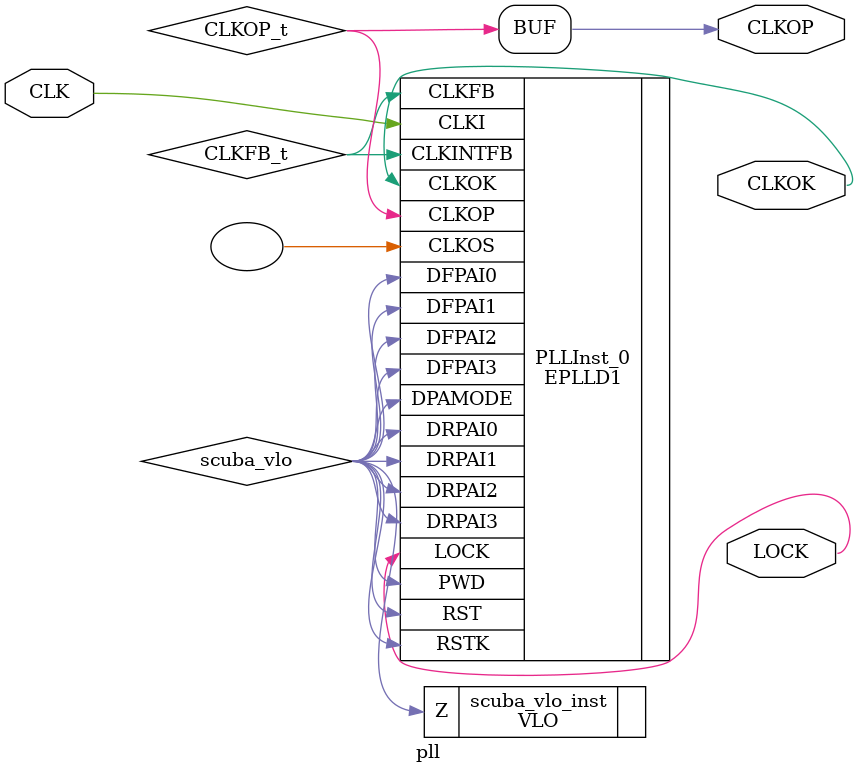
<source format=v>
/* Verilog netlist generated by SCUBA Diamond_1.0_Production (529) */
/* Module Version: 5.2 */
/* /usr/local/diamond/1.0/ispfpga/bin/lin/scuba -w -n pll -lang verilog -synth synplify -arch mg5a00 -type pll -fin 100 -phase_cntl STATIC -fclkop 400 -fclkop_tol 0.0 -fb_mode INTERNAL -noclkos -fclkok 25 -fclkok_tol 0.0 -norst -noclkok2 -e  */
/* Mon Oct  4 20:27:16 2010 */


`timescale 1 ns / 1 ps
module pll (CLK, CLKOP, CLKOK, LOCK)/* synthesis syn_noprune=1 */;// exemplar attribute pll dont_touch true 
    input wire CLK;
    output wire CLKOP;
    output wire CLKOK;
    output wire LOCK;

    wire CLKOP_t;
    wire CLKFB_t;
    wire scuba_vlo;

    VLO scuba_vlo_inst (.Z(scuba_vlo));

    // synopsys translate_off
    defparam PLLInst_0.CLKOK_BYPASS = "DISABLED" ;
    defparam PLLInst_0.CLKOS_BYPASS = "DISABLED" ;
    defparam PLLInst_0.CLKOP_BYPASS = "DISABLED" ;
    defparam PLLInst_0.PHASE_CNTL = "STATIC" ;
    defparam PLLInst_0.DUTY = 8 ;
    defparam PLLInst_0.PHASEADJ = "0.0" ;
    defparam PLLInst_0.CLKOK_DIV = 16 ;
    defparam PLLInst_0.CLKOP_DIV = 2 ;
    defparam PLLInst_0.CLKFB_DIV = 4 ;
    defparam PLLInst_0.CLKI_DIV = 1 ;
    // synopsys translate_on
    EPLLD1 PLLInst_0 (.CLKI(CLK), .CLKFB(CLKFB_t), .RST(scuba_vlo), .RSTK(scuba_vlo), 
        .DPAMODE(scuba_vlo), .DRPAI3(scuba_vlo), .DRPAI2(scuba_vlo), .DRPAI1(scuba_vlo), 
        .DRPAI0(scuba_vlo), .DFPAI3(scuba_vlo), .DFPAI2(scuba_vlo), .DFPAI1(scuba_vlo), 
        .DFPAI0(scuba_vlo), .PWD(scuba_vlo), .CLKOP(CLKOP_t), .CLKOS(), 
        .CLKOK(CLKOK), .LOCK(LOCK), .CLKINTFB(CLKFB_t))
             /* synthesis CLKOK_BYPASS="DISABLED" */
             /* synthesis CLKOS_BYPASS="DISABLED" */
             /* synthesis FREQUENCY_PIN_CLKOP="400.000000" */
             /* synthesis CLKOP_BYPASS="DISABLED" */
             /* synthesis PHASE_CNTL="STATIC" */
             /* synthesis DUTY="8" */
             /* synthesis PHASEADJ="0.0" */
             /* synthesis FREQUENCY_PIN_CLKI="100.000000" */
             /* synthesis FREQUENCY_PIN_CLKOK="25.000000" */
             /* synthesis CLKOK_DIV="16" */
             /* synthesis CLKOP_DIV="2" */
             /* synthesis CLKFB_DIV="4" */
             /* synthesis CLKI_DIV="1" */
             /* synthesis FIN="100.000000" */;

    assign CLKOP = CLKOP_t;


    // exemplar begin
    // exemplar attribute PLLInst_0 CLKOK_BYPASS DISABLED
    // exemplar attribute PLLInst_0 CLKOS_BYPASS DISABLED
    // exemplar attribute PLLInst_0 FREQUENCY_PIN_CLKOP 400.000000
    // exemplar attribute PLLInst_0 CLKOP_BYPASS DISABLED
    // exemplar attribute PLLInst_0 PHASE_CNTL STATIC
    // exemplar attribute PLLInst_0 DUTY 8
    // exemplar attribute PLLInst_0 PHASEADJ 0.0
    // exemplar attribute PLLInst_0 FREQUENCY_PIN_CLKI 100.000000
    // exemplar attribute PLLInst_0 FREQUENCY_PIN_CLKOK 25.000000
    // exemplar attribute PLLInst_0 CLKOK_DIV 16
    // exemplar attribute PLLInst_0 CLKOP_DIV 2
    // exemplar attribute PLLInst_0 CLKFB_DIV 4
    // exemplar attribute PLLInst_0 CLKI_DIV 1
    // exemplar attribute PLLInst_0 FIN 100.000000
    // exemplar end

endmodule

</source>
